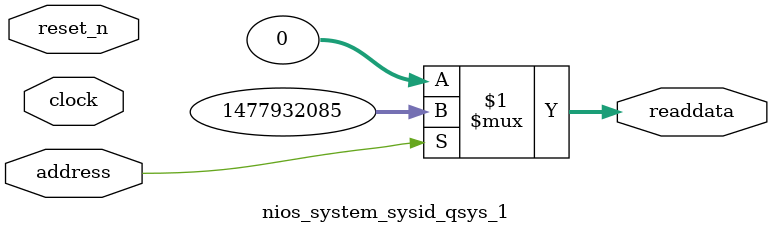
<source format=v>

`timescale 1ns / 1ps
// synthesis translate_on

// turn off superfluous verilog processor warnings 
// altera message_level Level1 
// altera message_off 10034 10035 10036 10037 10230 10240 10030 

module nios_system_sysid_qsys_1 (
               // inputs:
                address,
                clock,
                reset_n,

               // outputs:
                readdata
             )
;

  output  [ 31: 0] readdata;
  input            address;
  input            clock;
  input            reset_n;

  wire    [ 31: 0] readdata;
  //control_slave, which is an e_avalon_slave
  assign readdata = address ? 1477932085 : 0;

endmodule




</source>
